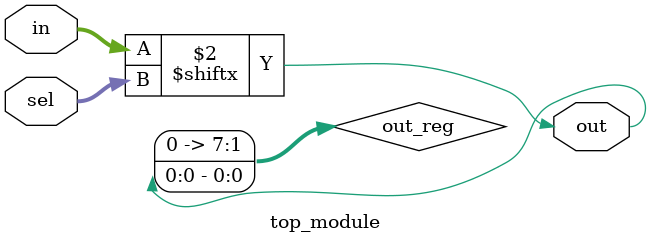
<source format=sv>
module top_module (
	input [255:0] in,
	input [7:0] sel,
	output  out
);

	reg [7:0] out_reg;
	
	always @(sel) begin
		out_reg <= in[sel];
	end
	
	assign out = out_reg;
	
endmodule

</source>
